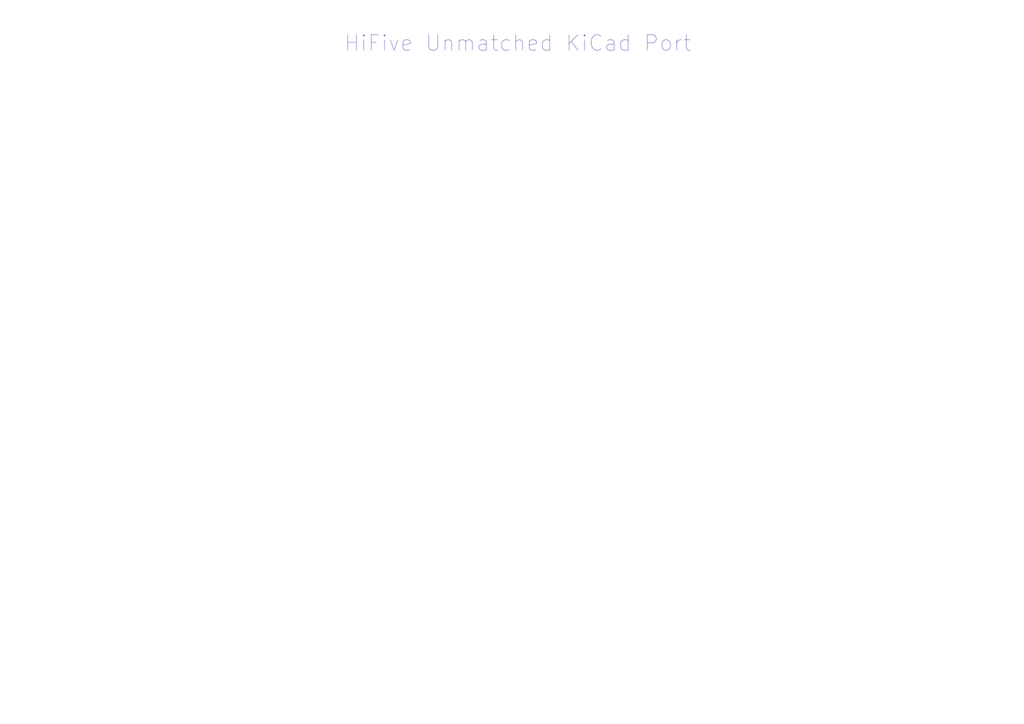
<source format=kicad_sch>
(kicad_sch
	(version 20231120)
	(generator "eeschema")
	(generator_version "8.0")
	(uuid "dc9ed56b-281a-4680-b6d9-f498893affd5")
	(paper "A2")
	(lib_symbols)
	(text "HiFive Unmatched KiCad Port"
		(exclude_from_sim no)
		(at 199.39 30.48 0)
		(effects
			(font
				(size 8.9916 8.9916)
			)
			(justify left bottom)
		)
		(uuid "e8b0d8ac-84d4-4288-ab18-78e1db8f5dd8")
	)
	(sheet
		(at 614.68 49.53)
		(size 44.45 16.51)
		(fields_autoplaced yes)
		(stroke
			(width 0)
			(type solid)
		)
		(fill
			(color 0 0 0 0.0000)
		)
		(uuid "00000000-0000-0000-0000-000061422503")
		(property "Sheetname" "fu740_chiplink_gmii"
			(at 614.68 48.8184 0)
			(effects
				(font
					(size 1.27 1.27)
				)
				(justify left bottom)
			)
		)
		(property "Sheetfile" "fu740_chiplink_gmii.kicad_sch"
			(at 614.68 66.6246 0)
			(effects
				(font
					(size 1.27 1.27)
				)
				(justify left top)
			)
		)
		(instances
			(project "hifive_unmatched_kicad_port"
				(path "/dc9ed56b-281a-4680-b6d9-f498893affd5"
					(page "2")
				)
			)
		)
	)
	(sheet
		(at 614.68 72.39)
		(size 44.45 15.24)
		(fields_autoplaced yes)
		(stroke
			(width 0)
			(type solid)
		)
		(fill
			(color 0 0 0 0.0000)
		)
		(uuid "00000000-0000-0000-0000-000061454c87")
		(property "Sheetname" "fu740_ddr4"
			(at 614.68 71.6784 0)
			(effects
				(font
					(size 1.27 1.27)
				)
				(justify left bottom)
			)
		)
		(property "Sheetfile" "fu740_ddr4.kicad_sch"
			(at 614.68 88.2146 0)
			(effects
				(font
					(size 1.27 1.27)
				)
				(justify left top)
			)
		)
		(instances
			(project "hifive_unmatched_kicad_port"
				(path "/dc9ed56b-281a-4680-b6d9-f498893affd5"
					(page "3")
				)
			)
		)
	)
	(sheet
		(at 614.68 160.02)
		(size 44.45 16.51)
		(fields_autoplaced yes)
		(stroke
			(width 0)
			(type solid)
		)
		(fill
			(color 0 0 0 0.0000)
		)
		(uuid "00000000-0000-0000-0000-00006145b860")
		(property "Sheetname" "ddr4x8_32bit"
			(at 614.68 159.3084 0)
			(effects
				(font
					(size 1.27 1.27)
				)
				(justify left bottom)
			)
		)
		(property "Sheetfile" "ddr4x8_32bit_.kicad_sch"
			(at 614.68 177.1146 0)
			(effects
				(font
					(size 1.27 1.27)
				)
				(justify left top)
			)
		)
		(instances
			(project "hifive_unmatched_kicad_port"
				(path "/dc9ed56b-281a-4680-b6d9-f498893affd5"
					(page "7")
				)
			)
		)
	)
	(sheet
		(at 614.68 93.98)
		(size 44.45 15.24)
		(fields_autoplaced yes)
		(stroke
			(width 0)
			(type solid)
		)
		(fill
			(color 0 0 0 0.0000)
		)
		(uuid "00000000-0000-0000-0000-00006149da01")
		(property "Sheetname" "fu740_misc"
			(at 614.68 93.2684 0)
			(effects
				(font
					(size 1.27 1.27)
				)
				(justify left bottom)
			)
		)
		(property "Sheetfile" "fu740_misc.kicad_sch"
			(at 614.68 109.8046 0)
			(effects
				(font
					(size 1.27 1.27)
				)
				(justify left top)
			)
		)
		(instances
			(project "hifive_unmatched_kicad_port"
				(path "/dc9ed56b-281a-4680-b6d9-f498893affd5"
					(page "4")
				)
			)
		)
	)
	(sheet
		(at 614.68 115.57)
		(size 44.45 15.24)
		(fields_autoplaced yes)
		(stroke
			(width 0)
			(type solid)
		)
		(fill
			(color 0 0 0 0.0000)
		)
		(uuid "00000000-0000-0000-0000-0000614b9c8f")
		(property "Sheetname" "fu740_pcie_gen3"
			(at 614.68 114.8584 0)
			(effects
				(font
					(size 1.27 1.27)
				)
				(justify left bottom)
			)
		)
		(property "Sheetfile" "fu740_pcie_gen3.kicad_sch"
			(at 614.68 131.3946 0)
			(effects
				(font
					(size 1.27 1.27)
				)
				(justify left top)
			)
		)
		(instances
			(project "hifive_unmatched_kicad_port"
				(path "/dc9ed56b-281a-4680-b6d9-f498893affd5"
					(page "5")
				)
			)
		)
	)
	(sheet
		(at 614.68 137.16)
		(size 44.45 15.24)
		(fields_autoplaced yes)
		(stroke
			(width 0)
			(type solid)
		)
		(fill
			(color 0 0 0 0.0000)
		)
		(uuid "00000000-0000-0000-0000-0000614c64ce")
		(property "Sheetname" "fu740_power"
			(at 614.68 136.4484 0)
			(effects
				(font
					(size 1.27 1.27)
				)
				(justify left bottom)
			)
		)
		(property "Sheetfile" "fu740_power.kicad_sch"
			(at 614.68 152.9846 0)
			(effects
				(font
					(size 1.27 1.27)
				)
				(justify left top)
			)
		)
		(instances
			(project "hifive_unmatched_kicad_port"
				(path "/dc9ed56b-281a-4680-b6d9-f498893affd5"
					(page "6")
				)
			)
		)
	)
	(sheet_instances
		(path "/"
			(page "1")
		)
	)
)
</source>
